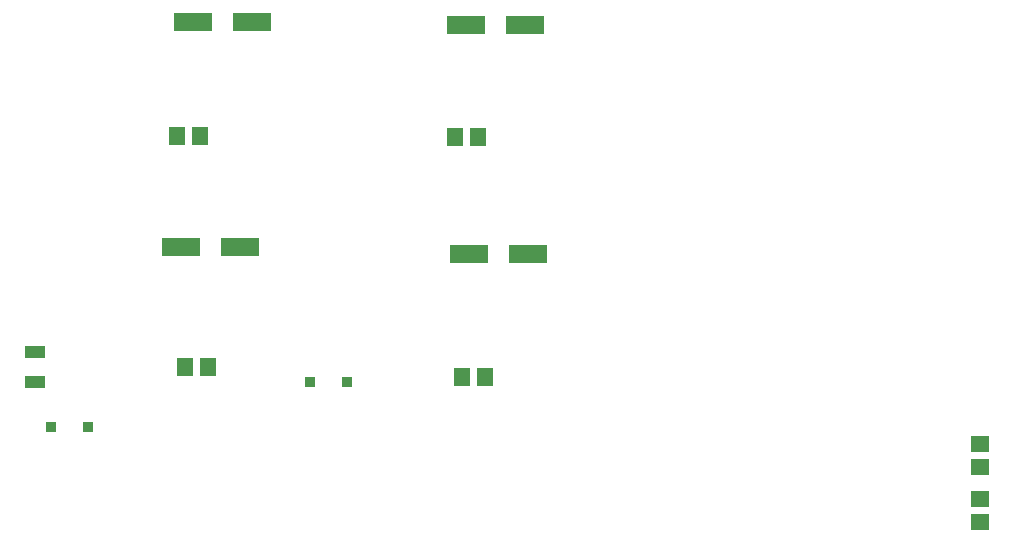
<source format=gtp>
G04*
G04 #@! TF.GenerationSoftware,Altium Limited,Altium Designer,22.5.1 (42)*
G04*
G04 Layer_Color=8421504*
%FSLAX44Y44*%
%MOMM*%
G71*
G04*
G04 #@! TF.SameCoordinates,CA0BB6C5-CFA1-4992-A8A9-7B9ED42510D7*
G04*
G04*
G04 #@! TF.FilePolarity,Positive*
G04*
G01*
G75*
%ADD16R,1.5500X1.3500*%
%ADD17R,0.9000X0.9500*%
%ADD18R,1.8000X1.0000*%
%ADD19R,1.3500X1.5500*%
%ADD20R,3.2000X1.6000*%
D16*
X953770Y49346D02*
D03*
Y29846D02*
D03*
Y96336D02*
D03*
Y76836D02*
D03*
D17*
X386840Y148590D02*
D03*
X418340D02*
D03*
X167130Y110490D02*
D03*
X198630D02*
D03*
D18*
X153670Y173790D02*
D03*
Y148790D02*
D03*
D19*
X528770Y355600D02*
D03*
X509270D02*
D03*
X535120Y152400D02*
D03*
X515620D02*
D03*
X293820Y356870D02*
D03*
X274320D02*
D03*
X300580Y161290D02*
D03*
X281080D02*
D03*
D20*
X518560Y450850D02*
D03*
X568560D02*
D03*
X521100Y256540D02*
D03*
X571100D02*
D03*
X287420Y453390D02*
D03*
X337420D02*
D03*
X277260Y262890D02*
D03*
X327260D02*
D03*
M02*

</source>
